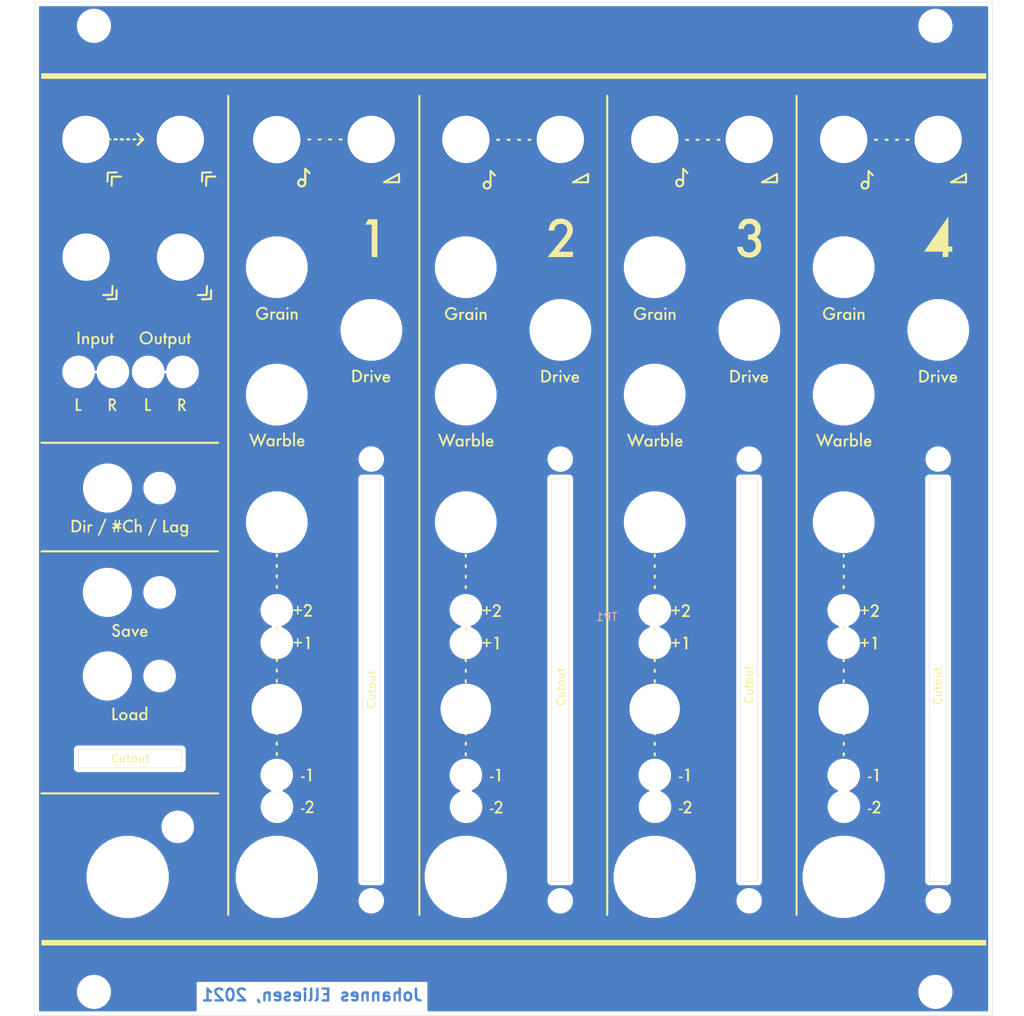
<source format=kicad_pcb>
(kicad_pcb (version 20171130) (host pcbnew "(5.1.12-1-10_14)")
  (layers (0 F.Cu signal) (31 B.Cu signal) (34 B.Paste user) (35 F.Paste user) (36 B.SilkS user) (37 F.SilkS user) (38 B.Mask user) (39 F.Mask user) (44 Edge.Cuts user))
  (net 0 "")
  (net 1 GND)
  (module ell_holes:drill_6.8mm_NPTH (layer F.Cu) (at 164.545 91.575)
    (fp_text reference REF** (at 0 0.5) (layer F.SilkS))
    (fp_text value drill_6.8mm_NPTH)
    (pad "" np_thru_hole circle (at 0 0) (size 6.8 6.8) (drill 6.8) (layers *.Cu *.Mask))
  )
  (module ell_holes:drill_6.8mm_NPTH (layer F.Cu) (at 152.545 83.625)
    (fp_text reference REF** (at 0 0.5) (layer F.SilkS))
    (fp_text value drill_6.8mm_NPTH)
    (pad "" np_thru_hole circle (at 0 0) (size 6.8 6.8) (drill 6.8) (layers *.Cu *.Mask))
  )
  (module ell_holes:drill_2.2mm_NPTH (layer F.Cu) (at 164.53 107.95)
    (fp_text reference REF** hide)
    (fp_text value drill_2.2mm_NPTH)
    (pad "" np_thru_hole circle (at 0 0) (size 2.2 2.2) (drill 2.2) (layers *.Cu *.Mask))
  )
  (module ell_holes:drill_6.4mm_PTH (layer F.Cu) (at 152.545 139.625)
    (fp_text reference REF** hide)
    (fp_text value drill_6.4mm_PTH)
    (pad 1 thru_hole circle (at 0 0) (size 7.4 7.4) (drill 6.4) (layers *.Cu *.Mask) (net 1 GND))
  )
  (module ell_holes:drill_6.8mm_NPTH (layer F.Cu) (at 152.545 115.95)
    (fp_text reference REF** (at 0 0.5) (layer F.SilkS))
    (fp_text value drill_6.8mm_NPTH)
    (pad "" np_thru_hole circle (at 0 0) (size 6.8 6.8) (drill 6.8) (layers *.Cu *.Mask))
  )
  (module ell_holes:drill_6.8mm_NPTH (layer F.Cu) (at 152.545 99.775)
    (fp_text reference REF** (at 0 0.5) (layer F.SilkS))
    (fp_text value drill_6.8mm_NPTH)
    (pad "" np_thru_hole circle (at 0 0) (size 6.8 6.8) (drill 6.8) (layers *.Cu *.Mask))
  )
  (module ell_holes:drill_9.4mm_NPTH (layer F.Cu) (at 152.55 160.92)
    (fp_text reference REF** hide)
    (fp_text value drill_9.4mm_NPTH)
    (pad "" np_thru_hole circle (at 0 0) (size 9.4 9.4) (drill 9.4) (layers *.Cu *.Mask))
  )
  (module ell_holes:drill_2.2mm_NPTH (layer F.Cu) (at 164.53 163.95)
    (fp_text reference REF** hide)
    (fp_text value drill_2.2mm_NPTH)
    (pad "" np_thru_hole circle (at 0 0) (size 2.2 2.2) (drill 2.2) (layers *.Cu *.Mask))
  )
  (module ell_holes:drill_6.8mm_NPTH (layer F.Cu) (at 140.585 91.575)
    (fp_text reference REF** (at 0 0.5) (layer F.SilkS))
    (fp_text value drill_6.8mm_NPTH)
    (pad "" np_thru_hole circle (at 0 0) (size 6.8 6.8) (drill 6.8) (layers *.Cu *.Mask))
  )
  (module ell_holes:drill_6.8mm_NPTH (layer F.Cu) (at 128.585 83.625)
    (fp_text reference REF** (at 0 0.5) (layer F.SilkS))
    (fp_text value drill_6.8mm_NPTH)
    (pad "" np_thru_hole circle (at 0 0) (size 6.8 6.8) (drill 6.8) (layers *.Cu *.Mask))
  )
  (module ell_holes:drill_2.2mm_NPTH (layer F.Cu) (at 140.57 107.95)
    (fp_text reference REF** hide)
    (fp_text value drill_2.2mm_NPTH)
    (pad "" np_thru_hole circle (at 0 0) (size 2.2 2.2) (drill 2.2) (layers *.Cu *.Mask))
  )
  (module ell_holes:drill_6.4mm_PTH (layer F.Cu) (at 128.585 139.625)
    (fp_text reference REF** hide)
    (fp_text value drill_6.4mm_PTH)
    (pad 1 thru_hole circle (at 0 0) (size 7.4 7.4) (drill 6.4) (layers *.Cu *.Mask) (net 1 GND))
  )
  (module ell_holes:drill_6.8mm_NPTH (layer F.Cu) (at 128.585 115.95)
    (fp_text reference REF** (at 0 0.5) (layer F.SilkS))
    (fp_text value drill_6.8mm_NPTH)
    (pad "" np_thru_hole circle (at 0 0) (size 6.8 6.8) (drill 6.8) (layers *.Cu *.Mask))
  )
  (module ell_holes:drill_6.8mm_NPTH (layer F.Cu) (at 128.585 99.775)
    (fp_text reference REF** (at 0 0.5) (layer F.SilkS))
    (fp_text value drill_6.8mm_NPTH)
    (pad "" np_thru_hole circle (at 0 0) (size 6.8 6.8) (drill 6.8) (layers *.Cu *.Mask))
  )
  (module ell_holes:drill_9.4mm_NPTH (layer F.Cu) (at 128.59 160.92)
    (fp_text reference REF** hide)
    (fp_text value drill_9.4mm_NPTH)
    (pad "" np_thru_hole circle (at 0 0) (size 9.4 9.4) (drill 9.4) (layers *.Cu *.Mask))
  )
  (module ell_holes:drill_2.2mm_NPTH (layer F.Cu) (at 140.57 163.95)
    (fp_text reference REF** hide)
    (fp_text value drill_2.2mm_NPTH)
    (pad "" np_thru_hole circle (at 0 0) (size 2.2 2.2) (drill 2.2) (layers *.Cu *.Mask))
  )
  (module ell_holes:drill_6.8mm_NPTH (layer F.Cu) (at 104.635 99.775)
    (fp_text reference REF** (at 0 0.5) (layer F.SilkS))
    (fp_text value drill_6.8mm_NPTH)
    (pad "" np_thru_hole circle (at 0 0) (size 6.8 6.8) (drill 6.8) (layers *.Cu *.Mask))
  )
  (module ell_holes:drill_9.4mm_NPTH (layer F.Cu) (at 104.64 160.92)
    (fp_text reference REF** hide)
    (fp_text value drill_9.4mm_NPTH)
    (pad "" np_thru_hole circle (at 0 0) (size 9.4 9.4) (drill 9.4) (layers *.Cu *.Mask))
  )
  (module ell_holes:drill_2.2mm_NPTH (layer F.Cu) (at 116.62 163.95)
    (fp_text reference REF** hide)
    (fp_text value drill_2.2mm_NPTH)
    (pad "" np_thru_hole circle (at 0 0) (size 2.2 2.2) (drill 2.2) (layers *.Cu *.Mask))
  )
  (module ell_holes:drill_6.8mm_NPTH (layer F.Cu) (at 116.635 91.575)
    (fp_text reference REF** (at 0 0.5) (layer F.SilkS))
    (fp_text value drill_6.8mm_NPTH)
    (pad "" np_thru_hole circle (at 0 0) (size 6.8 6.8) (drill 6.8) (layers *.Cu *.Mask))
  )
  (module ell_holes:drill_2.2mm_NPTH (layer F.Cu) (at 116.62 107.95)
    (fp_text reference REF** hide)
    (fp_text value drill_2.2mm_NPTH)
    (pad "" np_thru_hole circle (at 0 0) (size 2.2 2.2) (drill 2.2) (layers *.Cu *.Mask))
  )
  (module ell_holes:drill_6.4mm_PTH (layer F.Cu) (at 104.635 139.625)
    (fp_text reference REF** hide)
    (fp_text value drill_6.4mm_PTH)
    (pad 1 thru_hole circle (at 0 0) (size 7.4 7.4) (drill 6.4) (layers *.Cu *.Mask) (net 1 GND))
  )
  (module ell_holes:drill_6.8mm_NPTH (layer F.Cu) (at 104.635 115.95)
    (fp_text reference REF** (at 0 0.5) (layer F.SilkS))
    (fp_text value drill_6.8mm_NPTH)
    (pad "" np_thru_hole circle (at 0 0) (size 6.8 6.8) (drill 6.8) (layers *.Cu *.Mask))
  )
  (module ell_holes:drill_6.8mm_NPTH (layer F.Cu) (at 104.635 83.625)
    (fp_text reference REF** (at 0 0.5) (layer F.SilkS))
    (fp_text value drill_6.8mm_NPTH)
    (pad "" np_thru_hole circle (at 0 0) (size 6.8 6.8) (drill 6.8) (layers *.Cu *.Mask))
  )
  (module ell_holes:drill_2.2mm_NPTH (layer F.Cu) (at 92.66 163.95)
    (fp_text reference REF** hide)
    (fp_text value drill_2.2mm_NPTH)
    (pad "" np_thru_hole circle (at 0 0) (size 2.2 2.2) (drill 2.2) (layers *.Cu *.Mask))
  )
  (module ell_holes:drill_2.2mm_NPTH (layer F.Cu) (at 92.66 107.95)
    (fp_text reference REF** hide)
    (fp_text value drill_2.2mm_NPTH)
    (pad "" np_thru_hole circle (at 0 0) (size 2.2 2.2) (drill 2.2) (layers *.Cu *.Mask))
  )
  (module footprints:panel (layer F.Cu) (at 50 50)
    (fp_text reference Panel hide)
    (fp_text value Panel hide)
  )
  (module ell_holes:drill_9.4mm_NPTH (layer F.Cu) (at 80.68 160.92)
    (fp_text reference REF** hide)
    (fp_text value drill_9.4mm_NPTH)
    (pad "" np_thru_hole circle (at 0 0) (size 9.4 9.4) (drill 9.4) (layers *.Cu *.Mask))
  )
  (module ell_holes:drill_9.4mm_NPTH (layer F.Cu) (at 61.775 160.925)
    (fp_text reference REF** hide)
    (fp_text value drill_9.4mm_NPTH)
    (pad "" np_thru_hole circle (at 0 0) (size 9.4 9.4) (drill 9.4) (layers *.Cu *.Mask))
  )
  (module ell_holes:drill_6.4mm_PTH (layer F.Cu) (at 80.675 139.625)
    (fp_text reference REF** hide)
    (fp_text value drill_6.4mm_PTH)
    (pad 1 thru_hole circle (at 0 0) (size 7.4 7.4) (drill 6.4) (layers *.Cu *.Mask) (net 1 GND))
  )
  (module ell_holes:drill_3.3mm_NPTH (layer F.Cu) (at 164.175 175.5)
    (fp_text reference REF** hide)
    (fp_text value "drill 3.3mm" hide)
    (pad "" np_thru_hole circle (at 0 0) (size 3.3 3.3) (drill 3.3) (layers *.Cu *.Mask F.SilkS))
  )
  (module ell_holes:drill_3.3mm_NPTH (layer F.Cu) (at 57.5 175.5)
    (fp_text reference REF** hide)
    (fp_text value "drill 3.3mm" hide)
    (pad "" np_thru_hole circle (at 0 0) (size 3.3 3.3) (drill 3.3) (layers *.Cu *.Mask F.SilkS))
  )
  (module ell_holes:drill_3.3mm_NPTH (layer F.Cu) (at 164.175 53.025)
    (fp_text reference REF** hide)
    (fp_text value "drill 3.3mm" hide)
    (pad "" np_thru_hole circle (at 0 0) (size 3.3 3.3) (drill 3.3) (layers *.Cu *.Mask F.SilkS))
  )
  (module ell_holes:drill_3.3mm_NPTH (layer F.Cu) (at 57.5 53.025)
    (fp_text reference REF** hide)
    (fp_text value "drill 3.3mm" hide)
    (pad "" np_thru_hole circle (at 0 0) (size 3.3 3.3) (drill 3.3) (layers *.Cu *.Mask F.SilkS))
  )
  (module ell_holes:drill_3.1mm_NPTH (layer F.Cu) (at 68.125 154.575)
    (fp_text reference REF** hide)
    (fp_text value drill_3.1mm_NPTH hide)
    (pad "" np_thru_hole circle (at 0 0) (size 3.1 3.1) (drill 3.1) (layers *.Cu *.Mask F.SilkS))
  )
  (module ell_holes:drill_5.2mm_NPTH (layer F.Cu) (at 59.2 135.45)
    (fp_text reference REF** hide)
    (fp_text value drill_5.2mm_NPTH hide)
    (pad "" np_thru_hole circle (at 0 0) (size 5.2 5.2) (drill 5.2) (layers *.Cu *.Mask))
  )
  (module ell_holes:drill_5.2mm_NPTH (layer F.Cu) (at 59.2 124.85)
    (fp_text reference REF** hide)
    (fp_text value drill_5.2mm_NPTH hide)
    (pad "" np_thru_hole circle (at 0 0) (size 5.2 5.2) (drill 5.2) (layers *.Cu *.Mask))
  )
  (module ell_holes:drill_6.8mm_NPTH (layer F.Cu) (at 80.675 115.95)
    (fp_text reference REF** (at 0 0.5) (layer F.SilkS))
    (fp_text value drill_6.8mm_NPTH)
    (pad "" np_thru_hole circle (at 0 0) (size 6.8 6.8) (drill 6.8) (layers *.Cu *.Mask))
  )
  (module ell_holes:drill_6.8mm_NPTH (layer F.Cu) (at 80.675 99.775)
    (fp_text reference REF** (at 0 0.5) (layer F.SilkS))
    (fp_text value drill_6.8mm_NPTH)
    (pad "" np_thru_hole circle (at 0 0) (size 6.8 6.8) (drill 6.8) (layers *.Cu *.Mask))
  )
  (module ell_holes:drill_6.8mm_NPTH (layer F.Cu) (at 92.675 91.575)
    (fp_text reference REF** (at 0 0.5) (layer F.SilkS))
    (fp_text value drill_6.8mm_NPTH)
    (pad "" np_thru_hole circle (at 0 0) (size 6.8 6.8) (drill 6.8) (layers *.Cu *.Mask))
  )
  (module ell_holes:drill_6.8mm_NPTH (layer F.Cu) (at 80.675 83.625)
    (fp_text reference REF** (at 0 0.5) (layer F.SilkS))
    (fp_text value drill_6.8mm_NPTH)
    (pad "" np_thru_hole circle (at 0 0) (size 6.8 6.8) (drill 6.8) (layers *.Cu *.Mask))
  )
  (module ell_holes:drill_5.2mm_NPTH (layer F.Cu) (at 59.225 111.625)
    (fp_text reference REF** hide)
    (fp_text value drill_5.2mm_NPTH hide)
    (pad "" np_thru_hole circle (at 0 0) (size 5.2 5.2) (drill 5.2) (layers *.Cu *.Mask))
  )
  (module ell_holes:drill_3.1mm_NPTH (layer F.Cu) (at 152.55 131.25)
    (fp_text reference REF** hide)
    (fp_text value drill_3.1mm_NPTH hide)
    (pad "" np_thru_hole circle (at 0 0) (size 3.1 3.1) (drill 3.1) (layers *.Cu *.Mask F.SilkS))
  )
  (module ell_holes:drill_3.1mm_NPTH (layer F.Cu) (at 152.55 148)
    (fp_text reference REF** hide)
    (fp_text value drill_3.1mm_NPTH hide)
    (pad "" np_thru_hole circle (at 0 0) (size 3.1 3.1) (drill 3.1) (layers *.Cu *.Mask F.SilkS))
  )
  (module ell_holes:drill_3.1mm_NPTH (layer F.Cu) (at 152.575 152.025)
    (fp_text reference REF** hide)
    (fp_text value drill_3.1mm_NPTH hide)
    (pad "" np_thru_hole circle (at 0 0) (size 3.1 3.1) (drill 3.1) (layers *.Cu *.Mask F.SilkS))
  )
  (module ell_holes:drill_3.1mm_NPTH (layer F.Cu) (at 152.55 127.125)
    (fp_text reference REF** hide)
    (fp_text value drill_3.1mm_NPTH hide)
    (pad "" np_thru_hole circle (at 0 0) (size 3.1 3.1) (drill 3.1) (layers *.Cu *.Mask F.SilkS))
  )
  (module ell_holes:drill_3.1mm_NPTH (layer F.Cu) (at 128.6 148)
    (fp_text reference REF** hide)
    (fp_text value drill_3.1mm_NPTH hide)
    (pad "" np_thru_hole circle (at 0 0) (size 3.1 3.1) (drill 3.1) (layers *.Cu *.Mask F.SilkS))
  )
  (module ell_holes:drill_3.1mm_NPTH (layer F.Cu) (at 128.6 131.25)
    (fp_text reference REF** hide)
    (fp_text value drill_3.1mm_NPTH hide)
    (pad "" np_thru_hole circle (at 0 0) (size 3.1 3.1) (drill 3.1) (layers *.Cu *.Mask F.SilkS))
  )
  (module ell_holes:drill_3.1mm_NPTH (layer F.Cu) (at 128.625 152.025)
    (fp_text reference REF** hide)
    (fp_text value drill_3.1mm_NPTH hide)
    (pad "" np_thru_hole circle (at 0 0) (size 3.1 3.1) (drill 3.1) (layers *.Cu *.Mask F.SilkS))
  )
  (module ell_holes:drill_3.1mm_NPTH (layer F.Cu) (at 128.6 127.125)
    (fp_text reference REF** hide)
    (fp_text value drill_3.1mm_NPTH hide)
    (pad "" np_thru_hole circle (at 0 0) (size 3.1 3.1) (drill 3.1) (layers *.Cu *.Mask F.SilkS))
  )
  (module ell_holes:drill_3.1mm_NPTH (layer F.Cu) (at 104.65 127.125)
    (fp_text reference REF** hide)
    (fp_text value drill_3.1mm_NPTH hide)
    (pad "" np_thru_hole circle (at 0 0) (size 3.1 3.1) (drill 3.1) (layers *.Cu *.Mask F.SilkS))
  )
  (module ell_holes:drill_3.1mm_NPTH (layer F.Cu) (at 104.675 152.025)
    (fp_text reference REF** hide)
    (fp_text value drill_3.1mm_NPTH hide)
    (pad "" np_thru_hole circle (at 0 0) (size 3.1 3.1) (drill 3.1) (layers *.Cu *.Mask F.SilkS))
  )
  (module ell_holes:drill_3.1mm_NPTH (layer F.Cu) (at 104.65 148)
    (fp_text reference REF** hide)
    (fp_text value drill_3.1mm_NPTH hide)
    (pad "" np_thru_hole circle (at 0 0) (size 3.1 3.1) (drill 3.1) (layers *.Cu *.Mask F.SilkS))
  )
  (module ell_holes:drill_3.1mm_NPTH (layer F.Cu) (at 104.65 131.25)
    (fp_text reference REF** hide)
    (fp_text value drill_3.1mm_NPTH hide)
    (pad "" np_thru_hole circle (at 0 0) (size 3.1 3.1) (drill 3.1) (layers *.Cu *.Mask F.SilkS))
  )
  (module ell_holes:drill_3.1mm_NPTH (layer F.Cu) (at 80.7 152.025)
    (fp_text reference REF** hide)
    (fp_text value drill_3.1mm_NPTH hide)
    (pad "" np_thru_hole circle (at 0 0) (size 3.1 3.1) (drill 3.1) (layers *.Cu *.Mask F.SilkS))
  )
  (module ell_holes:drill_3.1mm_NPTH (layer F.Cu) (at 80.675 148)
    (fp_text reference REF** hide)
    (fp_text value drill_3.1mm_NPTH hide)
    (pad "" np_thru_hole circle (at 0 0) (size 3.1 3.1) (drill 3.1) (layers *.Cu *.Mask F.SilkS))
  )
  (module ell_holes:drill_3.1mm_NPTH (layer F.Cu) (at 80.675 131.25)
    (fp_text reference REF** hide)
    (fp_text value drill_3.1mm_NPTH hide)
    (pad "" np_thru_hole circle (at 0 0) (size 3.1 3.1) (drill 3.1) (layers *.Cu *.Mask F.SilkS))
  )
  (module ell_holes:drill_3.1mm_NPTH (layer F.Cu) (at 80.675 127.125)
    (fp_text reference REF** hide)
    (fp_text value drill_3.1mm_NPTH hide)
    (pad "" np_thru_hole circle (at 0 0) (size 3.1 3.1) (drill 3.1) (layers *.Cu *.Mask F.SilkS))
  )
  (module ell_holes:drill_3.1mm_NPTH (layer F.Cu) (at 65.825 135.45)
    (fp_text reference REF** hide)
    (fp_text value drill_3.1mm_NPTH hide)
    (pad "" np_thru_hole circle (at 0 0) (size 3.1 3.1) (drill 3.1) (layers *.Cu *.Mask F.SilkS))
  )
  (module ell_holes:drill_3.1mm_NPTH (layer F.Cu) (at 65.825 124.85)
    (fp_text reference REF** hide)
    (fp_text value drill_3.1mm_NPTH hide)
    (pad "" np_thru_hole circle (at 0 0) (size 3.1 3.1) (drill 3.1) (layers *.Cu *.Mask F.SilkS))
  )
  (module ell_holes:drill_3.1mm_NPTH (layer F.Cu) (at 65.825 111.625)
    (fp_text reference REF** hide)
    (fp_text value drill_3.1mm_NPTH hide)
    (pad "" np_thru_hole circle (at 0 0) (size 3.1 3.1) (drill 3.1) (layers *.Cu *.Mask F.SilkS))
  )
  (module ell_holes:drill_3.1mm_NPTH (layer F.Cu) (at 68.725 96.9)
    (fp_text reference REF** hide)
    (fp_text value drill_3.1mm_NPTH hide)
    (pad "" np_thru_hole circle (at 0 0) (size 3.1 3.1) (drill 3.1) (layers *.Cu *.Mask F.SilkS))
  )
  (module ell_holes:drill_3.1mm_NPTH (layer F.Cu) (at 64.375 96.9)
    (fp_text reference REF** hide)
    (fp_text value drill_3.1mm_NPTH hide)
    (pad "" np_thru_hole circle (at 0 0) (size 3.1 3.1) (drill 3.1) (layers *.Cu *.Mask F.SilkS))
  )
  (module ell_holes:drill_3.1mm_NPTH (layer F.Cu) (at 59.9 96.9)
    (fp_text reference REF** hide)
    (fp_text value drill_3.1mm_NPTH hide)
    (pad "" np_thru_hole circle (at 0 0) (size 3.1 3.1) (drill 3.1) (layers *.Cu *.Mask F.SilkS))
  )
  (module ell_holes:drill_3.1mm_NPTH (layer F.Cu) (at 55.55 96.9)
    (fp_text reference REF** hide)
    (fp_text value drill_3.1mm_NPTH hide)
    (pad "" np_thru_hole circle (at 0 0) (size 3.1 3.1) (drill 3.1) (layers *.Cu *.Mask F.SilkS))
  )
  (module ell_holes:drill_6.0mm_PTH_Thonkiconn (layer F.Cu) (at 68.475 82.35)
    (fp_text reference REF** (at 0 0.5) (layer F.SilkS))
    (fp_text value drill_6.0mm_PTH_Thonkiconn)
    (pad 1 thru_hole circle (at 0 0) (size 6.4 6.4) (drill 6) (layers *.Cu *.Mask) (net 1 GND))
  )
  (module ell_holes:drill_6.0mm_PTH_Thonkiconn (layer F.Cu) (at 56.5 82.35)
    (fp_text reference REF** (at 0 0.5) (layer F.SilkS))
    (fp_text value drill_6.0mm_PTH_Thonkiconn)
    (pad 1 thru_hole circle (at 0 0) (size 6.4 6.4) (drill 6) (layers *.Cu *.Mask) (net 1 GND))
  )
  (module ell_holes:drill_6.0mm_PTH_Thonkiconn (layer F.Cu) (at 56.475 67.425)
    (fp_text reference REF** (at 0 0.5) (layer F.SilkS))
    (fp_text value drill_6.0mm_PTH_Thonkiconn)
    (pad 1 thru_hole circle (at 0 0) (size 6.4 6.4) (drill 6) (layers *.Cu *.Mask) (net 1 GND))
  )
  (module ell_holes:drill_6.0mm_PTH_Thonkiconn (layer F.Cu) (at 68.45 67.425)
    (fp_text reference REF** (at 0 0.5) (layer F.SilkS))
    (fp_text value drill_6.0mm_PTH_Thonkiconn)
    (pad 1 thru_hole circle (at 0 0) (size 6.4 6.4) (drill 6) (layers *.Cu *.Mask) (net 1 GND))
  )
  (module ell_holes:drill_6.0mm_PTH_Thonkiconn (layer F.Cu) (at 80.675 67.45)
    (fp_text reference REF** (at 0 0.5) (layer F.SilkS))
    (fp_text value drill_6.0mm_PTH_Thonkiconn)
    (pad 1 thru_hole circle (at 0 0) (size 6.4 6.4) (drill 6) (layers *.Cu *.Mask) (net 1 GND))
  )
  (module ell_holes:drill_6.0mm_PTH_Thonkiconn (layer F.Cu) (at 92.65 67.425)
    (fp_text reference REF** (at 0 0.5) (layer F.SilkS))
    (fp_text value drill_6.0mm_PTH_Thonkiconn)
    (pad 1 thru_hole circle (at 0 0) (size 6.4 6.4) (drill 6) (layers *.Cu *.Mask) (net 1 GND))
  )
  (module ell_holes:drill_6.0mm_PTH_Thonkiconn (layer F.Cu) (at 104.65 67.425)
    (fp_text reference REF** (at 0 0.5) (layer F.SilkS))
    (fp_text value drill_6.0mm_PTH_Thonkiconn)
    (pad 1 thru_hole circle (at 0 0) (size 6.4 6.4) (drill 6) (layers *.Cu *.Mask) (net 1 GND))
  )
  (module ell_holes:drill_6.0mm_PTH_Thonkiconn (layer F.Cu) (at 116.625 67.425)
    (fp_text reference REF** (at 0 0.5) (layer F.SilkS))
    (fp_text value drill_6.0mm_PTH_Thonkiconn)
    (pad 1 thru_hole circle (at 0 0) (size 6.4 6.4) (drill 6) (layers *.Cu *.Mask) (net 1 GND))
  )
  (module ell_holes:drill_6.0mm_PTH_Thonkiconn (layer F.Cu) (at 128.6 67.425)
    (fp_text reference REF** (at 0 0.5) (layer F.SilkS))
    (fp_text value drill_6.0mm_PTH_Thonkiconn)
    (pad 1 thru_hole circle (at 0 0) (size 6.4 6.4) (drill 6) (layers *.Cu *.Mask) (net 1 GND))
  )
  (module ell_holes:drill_6.0mm_PTH_Thonkiconn (layer F.Cu) (at 140.575 67.425)
    (fp_text reference REF** (at 0 0.5) (layer F.SilkS))
    (fp_text value drill_6.0mm_PTH_Thonkiconn)
    (pad 1 thru_hole circle (at 0 0) (size 6.4 6.4) (drill 6) (layers *.Cu *.Mask) (net 1 GND))
  )
  (module ell_holes:drill_6.0mm_PTH_Thonkiconn (layer F.Cu) (at 152.55 67.425)
    (fp_text reference REF** (at 0 0.5) (layer F.SilkS))
    (fp_text value drill_6.0mm_PTH_Thonkiconn)
    (pad 1 thru_hole circle (at 0 0) (size 6.4 6.4) (drill 6) (layers *.Cu *.Mask) (net 1 GND))
  )
  (module ell_holes:drill_6.0mm_PTH_Thonkiconn (layer F.Cu) (at 164.525 67.425)
    (fp_text reference REF** (at 0 0.5) (layer F.SilkS))
    (fp_text value drill_6.0mm_PTH_Thonkiconn)
    (pad 1 thru_hole circle (at 0 0) (size 6.4 6.4) (drill 6) (layers *.Cu *.Mask) (net 1 GND))
  )
  (module Connector_Wire:SolderWirePad_1x01_SMD_5x10mm (layer B.Cu) (at 122.5 124.15)
    (fp_text reference TP1 (at 0 3.81) (layer B.SilkS) (effects (justify mirror)))
    (fp_text value TestPoint)
    (pad 1 smd rect (at 0 0) (size 5 10) (layers B.Cu B.Paste B.Mask) (net 1 GND))
  )
  (gr_text "Johannes Elliesen, 2021" (at 85.15 175.9) (layer B.Cu) (effects (font (size 1.5 1.5) (thickness 0.3)) (justify mirror)))
  (gr_text Cutout (at 164.5 136.71 90) (layer F.SilkS) (effects (font (size 1 1))))
  (gr_text Cutout (at 140.53 136.52 90) (layer F.SilkS) (effects (font (size 1 1))))
  (gr_text Cutout (at 116.72 136.83 90) (layer F.SilkS) (effects (font (size 1 1))))
  (gr_text Cutout (at 92.71 137.15 90) (layer F.SilkS) (effects (font (size 1 1))))
  (gr_line (start 165.62 110.45) (end 165.62 161.45) (layer Edge.Cuts) (width 0.05))
  (gr_line (start 163.42 110.45) (end 165.62 110.45) (layer Edge.Cuts) (width 0.05))
  (gr_line (start 165.62 161.45) (end 163.42 161.45) (layer Edge.Cuts) (width 0.05))
  (gr_line (start 163.42 161.45) (end 163.42 110.45) (layer Edge.Cuts) (width 0.05))
  (gr_line (start 141.66 110.45) (end 141.66 161.45) (layer Edge.Cuts) (width 0.05))
  (gr_line (start 139.46 110.45) (end 141.66 110.45) (layer Edge.Cuts) (width 0.05))
  (gr_line (start 141.66 161.45) (end 139.46 161.45) (layer Edge.Cuts) (width 0.05))
  (gr_line (start 139.46 161.45) (end 139.46 110.45) (layer Edge.Cuts) (width 0.05))
  (gr_line (start 117.71 110.45) (end 117.71 161.45) (layer Edge.Cuts) (width 0.05))
  (gr_line (start 115.51 110.45) (end 117.71 110.45) (layer Edge.Cuts) (width 0.05))
  (gr_line (start 117.71 161.45) (end 115.51 161.45) (layer Edge.Cuts) (width 0.05))
  (gr_line (start 115.51 161.45) (end 115.51 110.45) (layer Edge.Cuts) (width 0.05))
  (gr_line (start 93.75 110.45) (end 93.75 161.45) (layer Edge.Cuts) (width 0.05))
  (gr_line (start 91.55 110.45) (end 93.75 110.45) (layer Edge.Cuts) (width 0.05))
  (gr_line (start 91.55 161.45) (end 91.55 110.45) (layer Edge.Cuts) (width 0.05))
  (gr_line (start 93.75 161.45) (end 91.55 161.45) (layer Edge.Cuts) (width 0.05))
  (gr_line (start 50 50) (end 50 178.5) (layer Edge.Cuts) (width 0.05))
  (gr_line (start 171.4 50) (end 50 50) (layer Edge.Cuts) (width 0.05))
  (gr_line (start 171.4 178.5) (end 171.4 50) (layer Edge.Cuts) (width 0.05))
  (gr_line (start 50 178.5) (end 171.4 178.5) (layer Edge.Cuts) (width 0.05))
  (gr_text Cutout (at 62.1 145.9) (layer F.SilkS) (effects (font (size 1 1))))
  (gr_line (start 55.5 147.1) (end 55.5 144.8) (layer Edge.Cuts) (width 0.05))
  (gr_line (start 68.6 147.1) (end 55.5 147.1) (layer Edge.Cuts) (width 0.05))
  (gr_line (start 68.6 144.8) (end 68.6 147.1) (layer Edge.Cuts) (width 0.05))
  (gr_line (start 55.5 144.8) (end 68.6 144.8) (layer Edge.Cuts) (width 0.05))
  (zone (net 1) (net_name GND) (layer B.Cu) (connect_pads yes (clearance 0.508)) (min_thickness 0.254) (fill yes (arc_segments 32) (thermal_gap 0.508) (thermal_bridge_width 0.508))
    (polygon (pts (xy 171.4 178.5) (xy 50 178.5) (xy 50 50) (xy 171.4 50)))
  )
)
</source>
